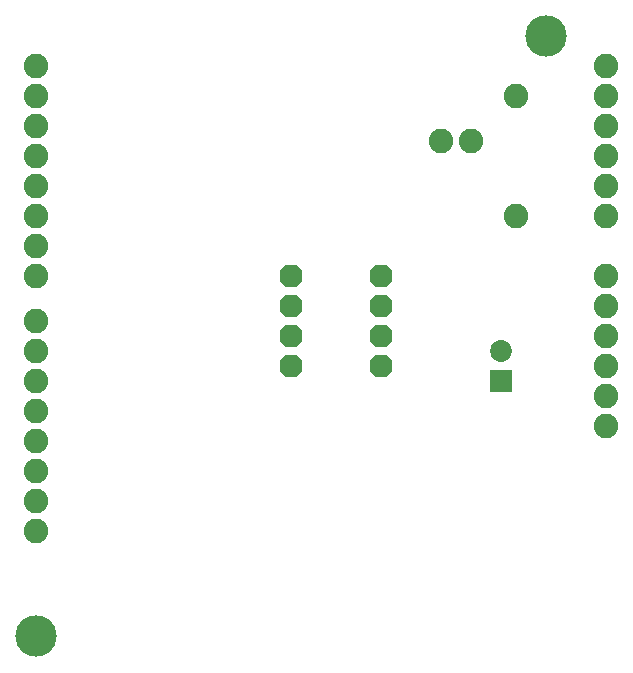
<source format=gbs>
G75*
G70*
%OFA0B0*%
%FSLAX24Y24*%
%IPPOS*%
%LPD*%
%AMOC8*
5,1,8,0,0,1.08239X$1,22.5*
%
%ADD10C,0.0820*%
%ADD11C,0.1380*%
%ADD12OC8,0.0760*%
%ADD13R,0.0730X0.0730*%
%ADD14C,0.0730*%
D10*
X001508Y012262D03*
X001508Y013262D03*
X001508Y014262D03*
X001508Y015262D03*
X001508Y016262D03*
X001508Y017262D03*
X001508Y018262D03*
X001508Y019262D03*
X001508Y020762D03*
X001508Y021762D03*
X001508Y022762D03*
X001508Y023762D03*
X001508Y024762D03*
X001508Y025762D03*
X001508Y026762D03*
X001508Y027762D03*
X015008Y025262D03*
X016008Y025262D03*
X017508Y026762D03*
X017508Y022762D03*
X020508Y022762D03*
X020508Y023762D03*
X020508Y024762D03*
X020508Y025762D03*
X020508Y026762D03*
X020508Y027762D03*
X020508Y020762D03*
X020508Y019762D03*
X020508Y018762D03*
X020508Y017762D03*
X020508Y016762D03*
X020508Y015762D03*
D11*
X001508Y008762D03*
X018508Y028762D03*
D12*
X013008Y020762D03*
X013008Y019762D03*
X013008Y018762D03*
X013008Y017762D03*
X010008Y017762D03*
X010008Y018762D03*
X010008Y019762D03*
X010008Y020762D03*
D13*
X017008Y017262D03*
D14*
X017008Y018262D03*
M02*

</source>
